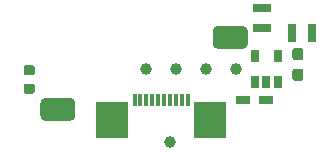
<source format=gts>
G04 #@! TF.GenerationSoftware,KiCad,Pcbnew,5.1.10*
G04 #@! TF.CreationDate,2021-12-10T15:11:43+01:00*
G04 #@! TF.ProjectId,Watch,57617463-682e-46b6-9963-61645f706362,rev?*
G04 #@! TF.SameCoordinates,Original*
G04 #@! TF.FileFunction,Soldermask,Top*
G04 #@! TF.FilePolarity,Negative*
%FSLAX46Y46*%
G04 Gerber Fmt 4.6, Leading zero omitted, Abs format (unit mm)*
G04 Created by KiCad (PCBNEW 5.1.10) date 2021-12-10 15:11:43*
%MOMM*%
%LPD*%
G01*
G04 APERTURE LIST*
%ADD10R,1.200000X0.750000*%
%ADD11R,0.300000X1.100000*%
%ADD12R,2.700000X3.100000*%
%ADD13C,1.000000*%
%ADD14R,0.650000X1.060000*%
%ADD15R,1.500000X0.700000*%
%ADD16R,0.700000X1.500000*%
G04 APERTURE END LIST*
D10*
X145100000Y-110744000D03*
X147000000Y-110744000D03*
D11*
X135909000Y-110695000D03*
X136409000Y-110695000D03*
X136909000Y-110695000D03*
X137409000Y-110695000D03*
X137909000Y-110695000D03*
X138409000Y-110695000D03*
X138909000Y-110695000D03*
X139409000Y-110695000D03*
X139909000Y-110695000D03*
X140409000Y-110695000D03*
D12*
X134039000Y-112395000D03*
X142279000Y-112395000D03*
G36*
G01*
X127256250Y-110191000D02*
X126743750Y-110191000D01*
G75*
G02*
X126525000Y-109972250I0J218750D01*
G01*
X126525000Y-109534750D01*
G75*
G02*
X126743750Y-109316000I218750J0D01*
G01*
X127256250Y-109316000D01*
G75*
G02*
X127475000Y-109534750I0J-218750D01*
G01*
X127475000Y-109972250D01*
G75*
G02*
X127256250Y-110191000I-218750J0D01*
G01*
G37*
G36*
G01*
X127256250Y-108616000D02*
X126743750Y-108616000D01*
G75*
G02*
X126525000Y-108397250I0J218750D01*
G01*
X126525000Y-107959750D01*
G75*
G02*
X126743750Y-107741000I218750J0D01*
G01*
X127256250Y-107741000D01*
G75*
G02*
X127475000Y-107959750I0J-218750D01*
G01*
X127475000Y-108397250D01*
G75*
G02*
X127256250Y-108616000I-218750J0D01*
G01*
G37*
D13*
X141986000Y-108077000D03*
X139446000Y-108077000D03*
X136906000Y-108077000D03*
X144526000Y-108077000D03*
G36*
G01*
X149495500Y-106296000D02*
X149970500Y-106296000D01*
G75*
G02*
X150208000Y-106533500I0J-237500D01*
G01*
X150208000Y-107108500D01*
G75*
G02*
X149970500Y-107346000I-237500J0D01*
G01*
X149495500Y-107346000D01*
G75*
G02*
X149258000Y-107108500I0J237500D01*
G01*
X149258000Y-106533500D01*
G75*
G02*
X149495500Y-106296000I237500J0D01*
G01*
G37*
G36*
G01*
X149495500Y-108046000D02*
X149970500Y-108046000D01*
G75*
G02*
X150208000Y-108283500I0J-237500D01*
G01*
X150208000Y-108858500D01*
G75*
G02*
X149970500Y-109096000I-237500J0D01*
G01*
X149495500Y-109096000D01*
G75*
G02*
X149258000Y-108858500I0J237500D01*
G01*
X149258000Y-108283500D01*
G75*
G02*
X149495500Y-108046000I237500J0D01*
G01*
G37*
D14*
X146116000Y-109220000D03*
X147066000Y-109220000D03*
X148016000Y-109220000D03*
X148016000Y-107020000D03*
X146116000Y-107020000D03*
G36*
G01*
X127913000Y-112006000D02*
X127913000Y-111006000D01*
G75*
G02*
X128413000Y-110506000I500000J0D01*
G01*
X130413000Y-110506000D01*
G75*
G02*
X130913000Y-111006000I0J-500000D01*
G01*
X130913000Y-112006000D01*
G75*
G02*
X130413000Y-112506000I-500000J0D01*
G01*
X128413000Y-112506000D01*
G75*
G02*
X127913000Y-112006000I0J500000D01*
G01*
G37*
G36*
G01*
X142518000Y-105910000D02*
X142518000Y-104910000D01*
G75*
G02*
X143018000Y-104410000I500000J0D01*
G01*
X145018000Y-104410000D01*
G75*
G02*
X145518000Y-104910000I0J-500000D01*
G01*
X145518000Y-105910000D01*
G75*
G02*
X145018000Y-106410000I-500000J0D01*
G01*
X143018000Y-106410000D01*
G75*
G02*
X142518000Y-105910000I0J500000D01*
G01*
G37*
D15*
X146685000Y-102909000D03*
X146685000Y-104609000D03*
D16*
X149264000Y-105029000D03*
X150964000Y-105029000D03*
D13*
X138938000Y-114300000D03*
M02*

</source>
